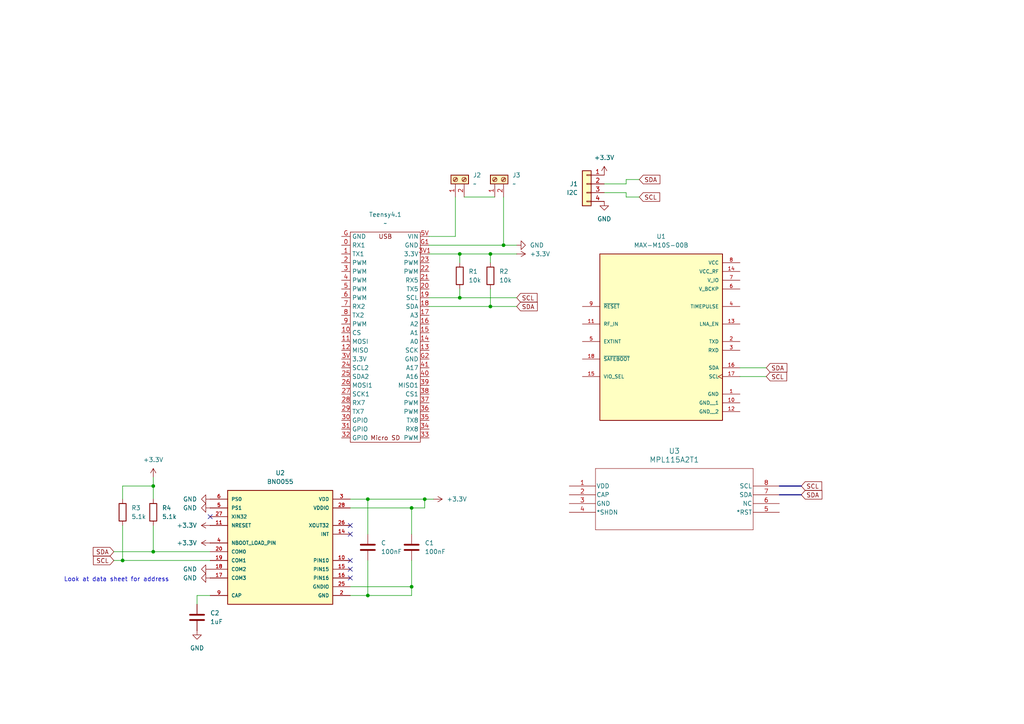
<source format=kicad_sch>
(kicad_sch (version 20250114) (generator "eeschema") (generator_version "9.0")
  (paper "A4")
  (lib_symbols
    (symbol "Connector:Screw_Terminal_01x02" (pin_names (offset 1.016) (hide yes))
      (property "Reference" "J" (at 0 2.54 0))
      (property "Value" "Screw_Terminal_01x02" (at 0 -5.08 0))
      (symbol "Screw_Terminal_01x02_1_1"
        (rectangle (start -1.27 1.27) (end 1.27 -3.81) (stroke (width 0.254)) (fill (type background)))
        (polyline (pts (xy -0.5334 0.3302) (xy 0.3302 -0.508)) (stroke (width 0.1524)))
        (polyline (pts (xy -0.5334 -2.2098) (xy 0.3302 -3.048)) (stroke (width 0.1524)))
        (polyline (pts (xy -0.3556 0.508) (xy 0.508 -0.3302)) (stroke (width 0.1524)))
        (polyline (pts (xy -0.3556 -2.032) (xy 0.508 -2.8702)) (stroke (width 0.1524)))
        (circle (center 0 0) (radius 0.635) (stroke (width 0.1524)))
        (circle (center 0 -2.54) (radius 0.635) (stroke (width 0.1524)))
        (pin passive line (at -5.08 0 0) (length 3.81) (name "Pin_1") (number "1"))
        (pin passive line (at -5.08 -2.54 0) (length 3.81) (name "Pin_2") (number "2"))
      )
    )
    (symbol "Connector_Generic:Conn_01x04" (pin_names (offset 1.016) (hide yes))
      (property "Reference" "J" (at 0 5.08 0))
      (property "Value" "Conn_01x04" (at 0 -7.62 0))
      (symbol "Conn_01x04_1_1"
        (rectangle (start -1.27 3.81) (end 1.27 -6.35) (stroke (width 0.254)) (fill (type background)))
        (rectangle (start -1.27 2.667) (end 0 2.413) (stroke (width 0.1524)))
        (rectangle (start -1.27 0.127) (end 0 -0.127) (stroke (width 0.1524)))
        (rectangle (start -1.27 -2.413) (end 0 -2.667) (stroke (width 0.1524)))
        (rectangle (start -1.27 -4.953) (end 0 -5.207) (stroke (width 0.1524)))
        (pin passive line (at -5.08 2.54 0) (length 3.81) (name "Pin_1") (number "1"))
        (pin passive line (at -5.08 0 0) (length 3.81) (name "Pin_2") (number "2"))
        (pin passive line (at -5.08 -2.54 0) (length 3.81) (name "Pin_3") (number "3"))
        (pin passive line (at -5.08 -5.08 0) (length 3.81) (name "Pin_4") (number "4"))
      )
    )
    (symbol "Device:C" (pin_numbers (hide yes)) (pin_names (offset 0.254))
      (property "Reference" "C" (at 0.635 2.54 0))
      (property "Value" "C" (at 0.635 -2.54 0))
      (symbol "C_0_1"
        (polyline (pts (xy -2.032 0.762) (xy 2.032 0.762)) (stroke (width 0.508)))
        (polyline (pts (xy -2.032 -0.762) (xy 2.032 -0.762)) (stroke (width 0.508)))
      )
      (symbol "C_1_1"
        (pin passive line (at 0 3.81 270) (length 2.794) (name "~") (number "1"))
        (pin passive line (at 0 -3.81 90) (length 2.794) (name "~") (number "2"))
      )
    )
    (symbol "Device:R" (pin_numbers (hide yes)) (pin_names (offset 0))
      (property "Reference" "R" (at 2.032 0 90))
      (property "Value" "R" (at 0 0 90))
      (symbol "R_0_1"
        (rectangle (start -1.016 -2.54) (end 1.016 2.54) (stroke (width 0.254)))
      )
      (symbol "R_1_1"
        (pin passive line (at 0 3.81 270) (length 1.27) (name "~") (number "1"))
        (pin passive line (at 0 -3.81 90) (length 1.27) (name "~") (number "2"))
      )
    )
    (symbol "avionics:BNO055" (pin_names (offset 1.016))
      (property "Reference" "U" (at -14.7397 15.7562 0))
      (property "Value" "BNO055" (at -14.7607 -19.5962 0))
      (symbol "BNO055_0_0"
        (rectangle (start -15.24 -17.78) (end 15.24 15.24) (stroke (width 0.254)) (fill (type background)))
        (pin input line (at -20.32 12.7 0) (length 5.08) (name "PS0") (number "6"))
        (pin input line (at -20.32 10.16 0) (length 5.08) (name "PS1") (number "5"))
        (pin input line (at -20.32 7.62 0) (length 5.08) (name "XIN32") (number "27"))
        (pin input line (at -20.32 5.08 0) (length 5.08) (name "NRESET") (number "11"))
        (pin bidirectional line (at -20.32 0 0) (length 5.08) (name "NBOOT_LOAD_PIN") (number "4"))
        (pin bidirectional line (at -20.32 -2.54 0) (length 5.08) (name "COM0") (number "20"))
        (pin bidirectional line (at -20.32 -5.08 0) (length 5.08) (name "COM1") (number "19"))
        (pin bidirectional line (at -20.32 -7.62 0) (length 5.08) (name "COM2") (number "18"))
        (pin bidirectional line (at -20.32 -10.16 0) (length 5.08) (name "COM3") (number "17"))
        (pin passive line (at -20.32 -15.24 0) (length 5.08) (name "CAP") (number "9"))
        (pin power_in line (at 20.32 12.7 180) (length 5.08) (name "VDD") (number "3"))
        (pin power_in line (at 20.32 10.16 180) (length 5.08) (name "VDDIO") (number "28"))
        (pin output line (at 20.32 5.08 180) (length 5.08) (name "XOUT32") (number "26"))
        (pin output line (at 20.32 2.54 180) (length 5.08) (name "INT") (number "14"))
        (pin power_in line (at 20.32 -5.08 180) (length 5.08) (name "PIN10") (number "10"))
        (pin power_in line (at 20.32 -7.62 180) (length 5.08) (name "PIN15") (number "15"))
        (pin power_in line (at 20.32 -10.16 180) (length 5.08) (name "PIN16") (number "16"))
        (pin power_in line (at 20.32 -12.7 180) (length 5.08) (name "GNDIO") (number "25"))
        (pin power_in line (at 20.32 -15.24 180) (length 5.08) (name "GND") (number "2"))
      )
    )
    (symbol "avionics:MAX-M10S-00B" (pin_names (offset 1.016))
      (property "Reference" "U" (at -17.78 21.082 0))
      (property "Value" "MAX-M10S-00B" (at -17.78 -30.48 0))
      (symbol "MAX-M10S-00B_0_0"
        (rectangle (start -17.78 -27.94) (end 17.78 20.32) (stroke (width 0.254)) (fill (type background)))
        (pin input line (at -22.86 5.08 0) (length 5.08) (name "~{RESET}") (number "9"))
        (pin input line (at -22.86 0 0) (length 5.08) (name "RF_IN") (number "11"))
        (pin input line (at -22.86 -5.08 0) (length 5.08) (name "EXTINT") (number "5"))
        (pin input line (at -22.86 -10.16 0) (length 5.08) (name "~{SAFEBOOT}") (number "18"))
        (pin input line (at -22.86 -15.24 0) (length 5.08) (name "VIO_SEL") (number "15"))
        (pin power_in line (at 22.86 17.78 180) (length 5.08) (name "VCC") (number "8"))
        (pin power_in line (at 22.86 15.24 180) (length 5.08) (name "VCC_RF") (number "14"))
        (pin power_in line (at 22.86 12.7 180) (length 5.08) (name "V_IO") (number "7"))
        (pin power_in line (at 22.86 10.16 180) (length 5.08) (name "V_BCKP") (number "6"))
        (pin output line (at 22.86 5.08 180) (length 5.08) (name "TIMEPULSE") (number "4"))
        (pin output line (at 22.86 0 180) (length 5.08) (name "LNA_EN") (number "13"))
        (pin output line (at 22.86 -5.08 180) (length 5.08) (name "TXD") (number "2"))
        (pin input line (at 22.86 -7.62 180) (length 5.08) (name "RXD") (number "3"))
        (pin bidirectional line (at 22.86 -12.7 180) (length 5.08) (name "SDA") (number "16"))
        (pin input clock (at 22.86 -15.24 180) (length 5.08) (name "SCL") (number "17"))
        (pin power_in line (at 22.86 -20.32 180) (length 5.08) (name "GND") (number "1"))
        (pin power_in line (at 22.86 -22.86 180) (length 5.08) (name "GND__1") (number "10"))
        (pin power_in line (at 22.86 -25.4 180) (length 5.08) (name "GND__2") (number "12"))
      )
    )
    (symbol "avionics:MPL115A2T1" (pin_names (offset 0.254))
      (property "Reference" "U" (at 30.48 10.16 0))
      (property "Value" "MPL115A2T1" (at 30.48 7.62 0))
      (symbol "MPL115A2T1_0_1"
        (polyline (pts (xy 7.62 5.08) (xy 7.62 -12.7)) (stroke (width 0.127)))
        (polyline (pts (xy 7.62 -12.7) (xy 53.34 -12.7)) (stroke (width 0.127)))
        (polyline (pts (xy 53.34 5.08) (xy 7.62 5.08)) (stroke (width 0.127)))
        (polyline (pts (xy 53.34 -12.7) (xy 53.34 5.08)) (stroke (width 0.127)))
        (pin power_in line (at 0 0 0) (length 7.62) (name "VDD") (number "1"))
        (pin unspecified line (at 0 -2.54 0) (length 7.62) (name "CAP") (number "2"))
        (pin power_in line (at 0 -5.08 0) (length 7.62) (name "GND") (number "3"))
        (pin unspecified line (at 0 -7.62 0) (length 7.62) (name "*SHDN") (number "4"))
        (pin input line (at 60.96 0 180) (length 7.62) (name "SCL") (number "8"))
        (pin bidirectional line (at 60.96 -2.54 180) (length 7.62) (name "SDA") (number "7"))
        (pin unspecified line (at 60.96 -5.08 180) (length 7.62) (name "NC") (number "6"))
        (pin unspecified line (at 60.96 -7.62 180) (length 7.62) (name "*RST") (number "5"))
      )
    )
    (symbol "avionics:Teensy4.1"
      (property "Reference" "Teensy4.1" (at 0 0 90))
      (symbol "Teensy4.1_0_1"
        (rectangle (start -10.16 30.48) (end 10.16 -30.48))
      )
      (symbol "Teensy4.1_1_1"
        (text "USB" (at 0 29.21 0) (effects (font (size 1.27 1.27))))
        (text "Micro SD" (at 0 -29.21 0) (effects (font (size 1.27 1.27))))
        (pin input line (at -12.7 29.21 0) (length 2.54) (name "GND") (number "G"))
        (pin input line (at -12.7 26.67 0) (length 2.54) (name "RX1") (number "0"))
        (pin input line (at -12.7 24.13 0) (length 2.54) (name "TX1") (number "1"))
        (pin input line (at -12.7 21.59 0) (length 2.54) (name "PWM") (number "2"))
        (pin input line (at -12.7 19.05 0) (length 2.54) (name "PWM") (number "3"))
        (pin input line (at -12.7 16.51 0) (length 2.54) (name "PWM") (number "4"))
        (pin input line (at -12.7 13.97 0) (length 2.54) (name "PWM") (number "5"))
        (pin input line (at -12.7 11.43 0) (length 2.54) (name "PWM") (number "6"))
        (pin input line (at -12.7 8.89 0) (length 2.54) (name "RX2") (number "7"))
        (pin input line (at -12.7 6.35 0) (length 2.54) (name "TX2") (number "8"))
        (pin input line (at -12.7 3.81 0) (length 2.54) (name "PWM") (number "9"))
        (pin input line (at -12.7 1.27 0) (length 2.54) (name "CS") (number "10"))
        (pin input line (at -12.7 -1.27 0) (length 2.54) (name "MOSI") (number "11"))
        (pin input line (at -12.7 -3.81 0) (length 2.54) (name "MISO") (number "12"))
        (pin input line (at -12.7 -6.35 0) (length 2.54) (name "3.3V") (number "3V"))
        (pin input line (at -12.7 -8.89 0) (length 2.54) (name "SCL2") (number "24"))
        (pin input line (at -12.7 -11.43 0) (length 2.54) (name "SDA2") (number "25"))
        (pin input line (at -12.7 -13.97 0) (length 2.54) (name "MOSI1") (number "26"))
        (pin input line (at -12.7 -16.51 0) (length 2.54) (name "SCK1") (number "27"))
        (pin input line (at -12.7 -19.05 0) (length 2.54) (name "RX7") (number "28"))
        (pin input line (at -12.7 -21.59 0) (length 2.54) (name "TX7") (number "29"))
        (pin input line (at -12.7 -24.13 0) (length 2.54) (name "GPIO") (number "30"))
        (pin input line (at -12.7 -26.67 0) (length 2.54) (name "GPIO") (number "31"))
        (pin input line (at -12.7 -29.21 0) (length 2.54) (name "GPIO") (number "32"))
        (pin input line (at 12.7 29.21 180) (length 2.54) (name "VIN") (number "5V"))
        (pin input line (at 12.7 26.67 180) (length 2.54) (name "GND") (number "G1"))
        (pin input line (at 12.7 24.13 180) (length 2.54) (name "3.3V") (number "3V1"))
        (pin input line (at 12.7 21.59 180) (length 2.54) (name "PWM") (number "23"))
        (pin input line (at 12.7 19.05 180) (length 2.54) (name "PWM") (number "22"))
        (pin input line (at 12.7 16.51 180) (length 2.54) (name "RX5") (number "21"))
        (pin input line (at 12.7 13.97 180) (length 2.54) (name "TX5") (number "20"))
        (pin input line (at 12.7 11.43 180) (length 2.54) (name "SCL") (number "19"))
        (pin input line (at 12.7 8.89 180) (length 2.54) (name "SDA") (number "18"))
        (pin input line (at 12.7 6.35 180) (length 2.54) (name "A3") (number "17"))
        (pin input line (at 12.7 3.81 180) (length 2.54) (name "A2") (number "16"))
        (pin input line (at 12.7 1.27 180) (length 2.54) (name "A1") (number "15"))
        (pin input line (at 12.7 -1.27 180) (length 2.54) (name "A0") (number "14"))
        (pin input line (at 12.7 -3.81 180) (length 2.54) (name "SCK") (number "13"))
        (pin input line (at 12.7 -6.35 180) (length 2.54) (name "GND") (number "G2"))
        (pin input line (at 12.7 -8.89 180) (length 2.54) (name "A17") (number "41"))
        (pin input line (at 12.7 -11.43 180) (length 2.54) (name "A16") (number "40"))
        (pin input line (at 12.7 -13.97 180) (length 2.54) (name "MISO1") (number "39"))
        (pin input line (at 12.7 -16.51 180) (length 2.54) (name "CS1") (number "38"))
        (pin input line (at 12.7 -19.05 180) (length 2.54) (name "PWM") (number "37"))
        (pin input line (at 12.7 -21.59 180) (length 2.54) (name "PWM") (number "36"))
        (pin input line (at 12.7 -24.13 180) (length 2.54) (name "TX8") (number "35"))
        (pin input line (at 12.7 -26.67 180) (length 2.54) (name "RX8") (number "34"))
        (pin input line (at 12.7 -29.21 180) (length 2.54) (name "PWM") (number "33"))
      )
    )
    (symbol "power:+3.3V" (power) (pin_numbers (hide yes)) (pin_names (offset 0) (hide yes))
      (property "Value" "+3.3V" (at 0 3.556 0))
      (symbol "+3.3V_0_1"
        (polyline (pts (xy -0.762 1.27) (xy 0 2.54)))
        (polyline (pts (xy 0 2.54) (xy 0.762 1.27)))
        (polyline (pts (xy 0 0) (xy 0 2.54)))
      )
      (symbol "+3.3V_1_1"
        (pin power_in line (at 0 0 90) (length 0) (name "~") (number "1"))
      )
    )
    (symbol "power:GND" (power) (pin_numbers (hide yes)) (pin_names (offset 0) (hide yes))
      (property "Value" "GND" (at 0 -3.81 0))
      (symbol "GND_0_1"
        (polyline (pts (xy 0 0) (xy 0 -1.27) (xy 1.27 -1.27) (xy 0 -2.54) (xy -1.27 -1.27) (xy 0 -1.27)))
      )
      (symbol "GND_1_1"
        (pin power_in line (at 0 0 270) (length 0) (name "~") (number "1"))
      )
    )
  )
  (text "Look at data sheet for address\n" (at 33.782 168.148 0) (effects (font (size 1.27 1.27))))
  (junction (at 119.38 170.18))
  (junction (at 106.68 172.72))
  (junction (at 119.38 147.32))
  (junction (at 44.45 160.02))
  (junction (at 123.19 144.78))
  (junction (at 35.56 162.56))
  (junction (at 133.35 86.36))
  (junction (at 142.24 73.66))
  (junction (at 146.05 71.12))
  (junction (at 44.45 140.97))
  (junction (at 106.68 144.78))
  (junction (at 133.35 73.66))
  (junction (at 142.24 88.9))
  (no_connect (at 101.6 152.4))
  (no_connect (at 101.6 165.1))
  (no_connect (at 101.6 167.64))
  (no_connect (at 101.6 162.56))
  (no_connect (at 60.96 149.86))
  (no_connect (at 101.6 154.94))
  (wire (pts (xy 133.35 73.66) (xy 142.24 73.66)))
  (wire (pts (xy 57.15 175.26) (xy 57.15 172.72)))
  (wire (pts (xy 35.56 152.4) (xy 35.56 162.56)))
  (wire (pts (xy 185.42 57.15) (xy 181.61 57.15)))
  (wire (pts (xy 124.46 71.12) (xy 146.05 71.12)))
  (wire (pts (xy 119.38 170.18) (xy 119.38 172.72)))
  (wire (pts (xy 106.68 144.78) (xy 106.68 154.94)))
  (wire (pts (xy 44.45 138.43) (xy 44.45 140.97)))
  (wire (pts (xy 101.6 147.32) (xy 119.38 147.32)))
  (wire (pts (xy 133.35 73.66) (xy 133.35 76.2)))
  (wire (pts (xy 124.46 88.9) (xy 142.24 88.9)))
  (wire (pts (xy 123.19 147.32) (xy 123.19 144.78)))
  (wire (pts (xy 214.63 109.22) (xy 222.25 109.22)))
  (wire (pts (xy 142.24 73.66) (xy 142.24 76.2)))
  (wire (pts (xy 106.68 172.72) (xy 106.68 162.56)))
  (wire (pts (xy 101.6 144.78) (xy 106.68 144.78)))
  (wire (pts (xy 35.56 140.97) (xy 44.45 140.97)))
  (wire (pts (xy 106.68 144.78) (xy 123.19 144.78)))
  (wire (pts (xy 146.05 71.12) (xy 149.86 71.12)))
  (wire (pts (xy 33.02 160.02) (xy 44.45 160.02)))
  (wire (pts (xy 101.6 170.18) (xy 119.38 170.18)))
  (wire (pts (xy 132.08 68.58) (xy 124.46 68.58)))
  (wire (pts (xy 123.19 144.78) (xy 125.73 144.78)))
  (wire (pts (xy 44.45 140.97) (xy 44.45 144.78)))
  (wire (pts (xy 181.61 53.34) (xy 175.26 53.34)))
  (wire (pts (xy 134.62 57.15) (xy 143.51 57.15)))
  (bus (pts (xy 226.06 140.97) (xy 232.41 140.97)))
  (wire (pts (xy 35.56 144.78) (xy 35.56 140.97)))
  (wire (pts (xy 181.61 57.15) (xy 181.61 55.88)))
  (wire (pts (xy 185.42 52.07) (xy 181.61 52.07)))
  (wire (pts (xy 133.35 83.82) (xy 133.35 86.36)))
  (wire (pts (xy 106.68 172.72) (xy 119.38 172.72)))
  (wire (pts (xy 101.6 172.72) (xy 106.68 172.72)))
  (wire (pts (xy 181.61 55.88) (xy 175.26 55.88)))
  (wire (pts (xy 57.15 172.72) (xy 60.96 172.72)))
  (wire (pts (xy 119.38 147.32) (xy 119.38 154.94)))
  (wire (pts (xy 132.08 57.15) (xy 132.08 68.58)))
  (wire (pts (xy 146.05 57.15) (xy 146.05 71.12)))
  (wire (pts (xy 119.38 147.32) (xy 123.19 147.32)))
  (wire (pts (xy 133.35 86.36) (xy 149.86 86.36)))
  (wire (pts (xy 44.45 160.02) (xy 60.96 160.02)))
  (wire (pts (xy 124.46 86.36) (xy 133.35 86.36)))
  (bus (pts (xy 226.06 143.51) (xy 232.41 143.51)))
  (wire (pts (xy 142.24 88.9) (xy 149.86 88.9)))
  (wire (pts (xy 214.63 106.68) (xy 222.25 106.68)))
  (wire (pts (xy 119.38 170.18) (xy 119.38 162.56)))
  (wire (pts (xy 33.02 162.56) (xy 35.56 162.56)))
  (wire (pts (xy 35.56 162.56) (xy 60.96 162.56)))
  (wire (pts (xy 181.61 52.07) (xy 181.61 53.34)))
  (wire (pts (xy 142.24 73.66) (xy 149.86 73.66)))
  (wire (pts (xy 142.24 83.82) (xy 142.24 88.9)))
  (wire (pts (xy 124.46 73.66) (xy 133.35 73.66)))
  (wire (pts (xy 44.45 152.4) (xy 44.45 160.02)))
  (global_label "SCL" (shape input) (at 185.42 57.15 0) (property "Intersheetrefs" "${INTERSHEET_REFS}" (effects (hide yes))))
  (global_label "SCL" (shape input) (at 33.02 162.56 180) (property "Intersheetrefs" "${INTERSHEET_REFS}" (effects (hide yes))))
  (global_label "SCL" (shape input) (at 232.41 140.97 0) (property "Intersheetrefs" "${INTERSHEET_REFS}" (effects (hide yes))))
  (global_label "SDA" (shape input) (at 222.25 106.68 0) (property "Intersheetrefs" "${INTERSHEET_REFS}" (effects (hide yes))))
  (global_label "SCL" (shape input) (at 149.86 86.36 0) (property "Intersheetrefs" "${INTERSHEET_REFS}" (effects (hide yes))))
  (global_label "SDA" (shape input) (at 232.41 143.51 0) (property "Intersheetrefs" "${INTERSHEET_REFS}" (effects (hide yes))))
  (global_label "SDA" (shape input) (at 33.02 160.02 180) (property "Intersheetrefs" "${INTERSHEET_REFS}" (effects (hide yes))))
  (global_label "SDA" (shape input) (at 149.86 88.9 0) (property "Intersheetrefs" "${INTERSHEET_REFS}" (effects (hide yes))))
  (global_label "SDA" (shape input) (at 185.42 52.07 0) (property "Intersheetrefs" "${INTERSHEET_REFS}" (effects (hide yes))))
  (global_label "SCL" (shape input) (at 222.25 109.22 0) (property "Intersheetrefs" "${INTERSHEET_REFS}" (effects (hide yes))))
  (symbol (lib_id "power:GND") (at 60.96 144.78 270) (unit 1)
    (property "Reference" "#PWR010" (effects (hide yes)))
    (property "Value" "GND" (at 57.15 144.7799 90) (effects (justify right)))
    (property "Description" "Power symbol creates a global label with name \"GND\" , ground" (effects (hide yes)))
  )
  (symbol (lib_id "Connector_Generic:Conn_01x04") (at 170.18 53.34 0) (mirror y) (unit 1)
    (property "Reference" "J1" (at 167.64 53.3399 0) (effects (justify left)))
    (property "Value" "I2C" (at 167.64 55.8799 0) (effects (justify left)))
    (property "Description" "Generic connector, single row, 01x04, script generated (kicad-library-utils/schlib/autogen/connector/)" (effects (hide yes)))
  )
  (symbol (lib_id "Device:R") (at 35.56 148.59 0) (unit 1)
    (property "Reference" "R3" (at 38.1 147.3199 0) (effects (justify left)))
    (property "Value" "5.1k" (at 38.1 149.8599 0) (effects (justify left)))
    (property "Description" "Resistor" (effects (hide yes)))
  )
  (symbol (lib_id "power:+3.3V") (at 125.73 144.78 270) (unit 1)
    (property "Reference" "#PWR05" (effects (hide yes)))
    (property "Value" "+3.3V" (at 129.54 144.7799 90) (effects (justify left)))
    (property "Description" "Power symbol creates a global label with name \"+3.3V\"" (effects (hide yes)))
  )
  (symbol (lib_id "Device:C") (at 57.15 179.07 0) (unit 1)
    (property "Reference" "C2" (at 60.96 177.7999 0) (effects (justify left)))
    (property "Value" "1uF" (at 60.96 180.3399 0) (effects (justify left)))
    (property "Description" "Unpolarized capacitor" (effects (hide yes)))
  )
  (symbol (lib_id "power:+3.3V") (at 44.45 138.43 0) (unit 1)
    (property "Reference" "#PWR012" (effects (hide yes)))
    (property "Value" "+3.3V" (at 44.45 133.35 0))
    (property "Description" "Power symbol creates a global label with name \"+3.3V\"" (effects (hide yes)))
  )
  (symbol (lib_id "avionics:MPL115A2T1") (at 165.1 140.97 0) (unit 1)
    (property "Reference" "U3" (at 195.58 130.81 0) (effects (font (size 1.524 1.524))))
    (property "Value" "MPL115A2T1" (at 195.58 133.35 0) (effects (font (size 1.524 1.524))))
    (property "Footprint" "avionics_footprint:LGA8_FRE" (effects (hide yes)))
    (property "Datasheet" "MPL115A2T1" (effects (hide yes)))
  )
  (symbol (lib_id "power:GND") (at 60.96 167.64 270) (unit 1)
    (property "Reference" "#PWR013" (effects (hide yes)))
    (property "Value" "GND" (at 57.15 167.6399 90) (effects (justify right)))
    (property "Description" "Power symbol creates a global label with name \"GND\" , ground" (effects (hide yes)))
  )
  (symbol (lib_id "Connector:Screw_Terminal_01x02") (at 132.08 52.07 90) (unit 1)
    (property "Reference" "J2" (at 137.16 50.7999 90) (effects (justify right)))
    (property "Value" "~" (at 137.16 53.3399 90) (effects (justify right)))
    (property "Description" "Generic screw terminal, single row, 01x02, script generated (kicad-library-utils/schlib/autogen/connector/)" (effects (hide yes)))
  )
  (symbol (lib_id "Connector:Screw_Terminal_01x02") (at 143.51 52.07 90) (unit 1)
    (property "Reference" "J3" (at 148.59 50.7999 90) (effects (justify right)))
    (property "Value" "~" (at 148.59 53.3399 90) (effects (justify right)))
    (property "Description" "Generic screw terminal, single row, 01x02, script generated (kicad-library-utils/schlib/autogen/connector/)" (effects (hide yes)))
  )
  (symbol (lib_id "power:GND") (at 60.96 147.32 270) (unit 1)
    (property "Reference" "#PWR011" (effects (hide yes)))
    (property "Value" "GND" (at 57.15 147.3199 90) (effects (justify right)))
    (property "Description" "Power symbol creates a global label with name \"GND\" , ground" (effects (hide yes)))
  )
  (symbol (lib_id "Device:C") (at 106.68 158.75 0) (unit 1)
    (property "Reference" "C" (at 110.49 157.4799 0) (effects (justify left)))
    (property "Value" "100nF" (at 110.49 160.0199 0) (effects (justify left)))
    (property "Description" "Unpolarized capacitor" (effects (hide yes)))
  )
  (symbol (lib_id "Device:R") (at 142.24 80.01 0) (unit 1)
    (property "Reference" "R2" (at 144.78 78.7399 0) (effects (justify left)))
    (property "Value" "10k" (at 144.78 81.2799 0) (effects (justify left)))
    (property "Description" "Resistor" (effects (hide yes)))
  )
  (symbol (lib_id "Device:R") (at 133.35 80.01 0) (unit 1)
    (property "Reference" "R1" (at 135.89 78.7399 0) (effects (justify left)))
    (property "Value" "10k" (at 135.89 81.2799 0) (effects (justify left)))
    (property "Description" "Resistor" (effects (hide yes)))
  )
  (symbol (lib_id "power:+3.3V") (at 149.86 73.66 270) (unit 1)
    (property "Reference" "#PWR04" (effects (hide yes)))
    (property "Value" "+3.3V" (at 153.67 73.6599 90) (effects (justify left)))
    (property "Description" "Power symbol creates a global label with name \"+3.3V\"" (effects (hide yes)))
  )
  (symbol (lib_id "power:GND") (at 149.86 71.12 90) (unit 1)
    (property "Reference" "#PWR01" (effects (hide yes)))
    (property "Value" "GND" (at 153.67 71.1199 90) (effects (justify right)))
    (property "Description" "Power symbol creates a global label with name \"GND\" , ground" (effects (hide yes)))
  )
  (symbol (lib_id "Device:R") (at 44.45 148.59 0) (unit 1)
    (property "Reference" "R4" (at 46.99 147.3199 0) (effects (justify left)))
    (property "Value" "5.1k" (at 46.99 149.8599 0) (effects (justify left)))
    (property "Description" "Resistor" (effects (hide yes)))
  )
  (symbol (lib_id "power:+3.3V") (at 175.26 50.8 0) (unit 1)
    (property "Reference" "#PWR02" (effects (hide yes)))
    (property "Value" "+3.3V" (at 175.26 45.72 0))
    (property "Description" "Power symbol creates a global label with name \"+3.3V\"" (effects (hide yes)))
  )
  (symbol (lib_id "avionics:MAX-M10S-00B") (at 191.77 93.98 0) (unit 1)
    (property "Reference" "U1" (at 191.77 68.58 0))
    (property "Value" "MAX-M10S-00B" (at 191.77 71.12 0))
    (property "Footprint" "MAX-M10S-00B:XCVR_MAX-M10S-00B" (effects (hide yes)))
    (property "PARTREV" "C1" (effects (hide yes)))
    (property "STANDARD" "Manufacturer Recommendations" (effects (hide yes)))
    (property "MAXIMUM_PACKAGE_HEIGHT" "2.7mm" (effects (hide yes)))
    (property "MANUFACTURER" "u-blox" (effects (hide yes)))
  )
  (symbol (lib_id "power:+3.3V") (at 60.96 152.4 90) (unit 1)
    (property "Reference" "#PWR09" (effects (hide yes)))
    (property "Value" "+3.3V" (at 57.15 152.3999 90) (effects (justify left)))
    (property "Description" "Power symbol creates a global label with name \"+3.3V\"" (effects (hide yes)))
  )
  (symbol (lib_id "power:GND") (at 175.26 58.42 0) (unit 1)
    (property "Reference" "#PWR03" (effects (hide yes)))
    (property "Value" "GND" (at 175.26 63.5 0))
    (property "Description" "Power symbol creates a global label with name \"GND\" , ground" (effects (hide yes)))
  )
  (symbol (lib_id "avionics:BNO055") (at 81.28 157.48 0) (unit 1)
    (property "Reference" "U2" (at 81.28 137.16 0))
    (property "Value" "BNO055" (at 81.28 139.7 0))
    (property "Footprint" "BNO055:LGA28R50P4X10_380X520X100" (effects (hide yes)))
    (property "MANUFACTURER" "BOSCH" (effects (hide yes)))
  )
  (symbol (lib_id "power:GND") (at 60.96 165.1 270) (unit 1)
    (property "Reference" "#PWR07" (effects (hide yes)))
    (property "Value" "GND" (at 57.15 165.0999 90) (effects (justify right)))
    (property "Description" "Power symbol creates a global label with name \"GND\" , ground" (effects (hide yes)))
  )
  (symbol (lib_id "power:+3.3V") (at 60.96 157.48 90) (unit 1)
    (property "Reference" "#PWR08" (effects (hide yes)))
    (property "Value" "+3.3V" (at 57.15 157.4799 90) (effects (justify left)))
    (property "Description" "Power symbol creates a global label with name \"+3.3V\"" (effects (hide yes)))
  )
  (symbol (lib_id "power:GND") (at 57.15 182.88 0) (unit 1)
    (property "Reference" "#PWR06" (effects (hide yes)))
    (property "Value" "GND" (at 57.15 187.96 0))
    (property "Description" "Power symbol creates a global label with name \"GND\" , ground" (effects (hide yes)))
  )
  (symbol (lib_id "avionics:Teensy4.1") (at 111.76 97.79 0) (unit 1)
    (property "Reference" "Teensy4.1" (at 111.76 62.23 0))
    (property "Value" "~" (at 111.76 64.77 0))
    (property "Footprint" "avionics_footprint:teensy" (effects (hide yes)))
  )
  (symbol (lib_id "Device:C") (at 119.38 158.75 180) (unit 1)
    (property "Reference" "C1" (at 123.19 157.4799 0) (effects (justify right)))
    (property "Value" "100nF" (at 123.19 160.0199 0) (effects (justify right)))
    (property "Description" "Unpolarized capacitor" (effects (hide yes)))
  )
)
</source>
